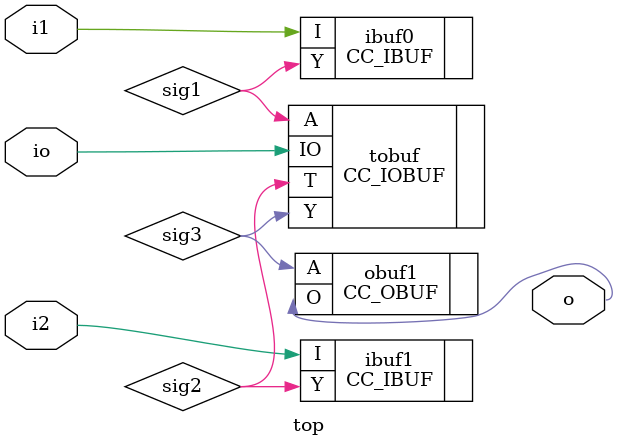
<source format=v>
module top (
	input  i1,
    input  i2,
	output o,
	inout io
);
	wire sig1, sig2, sig3;
	CC_IBUF ibuf0 (.I(i1), .Y(sig1));
	CC_IBUF ibuf1 (.I(i2), .Y(sig2));

	CC_OBUF obuf1 (.A(sig3), .O(o));

	CC_IOBUF tobuf (.A(sig1), .T(sig2), .Y(sig3), .IO(io));
endmodule

</source>
